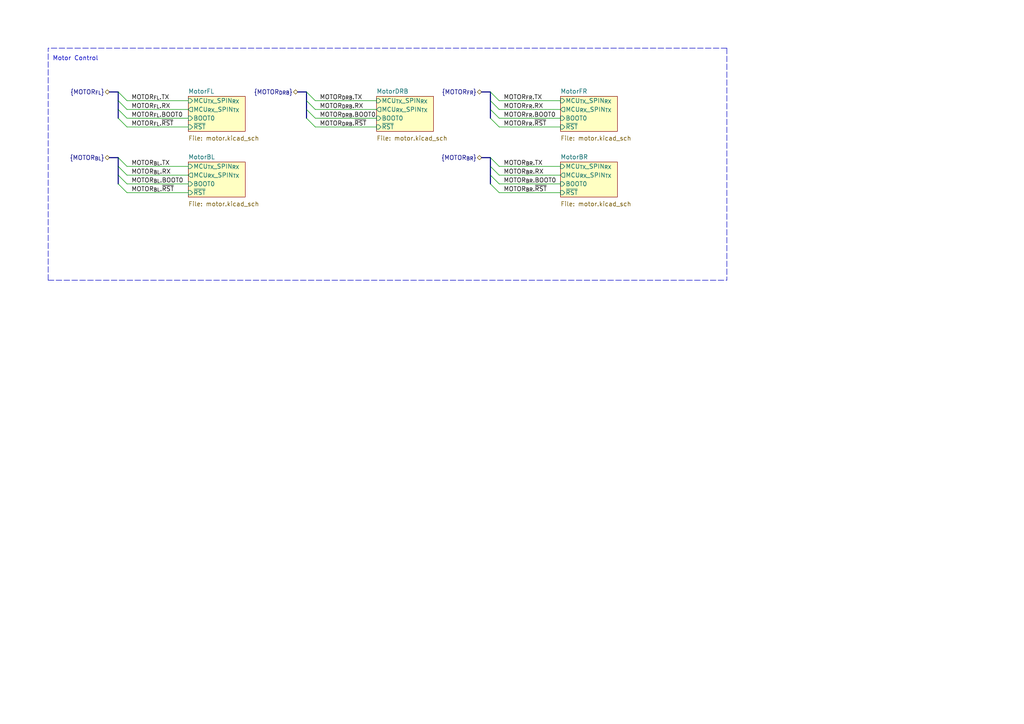
<source format=kicad_sch>
(kicad_sch (version 20230121) (generator eeschema)
  (paper "A4")
  (lib_symbols)
  (bus_entry (at 34.29 45.72) (size 2.54 2.54))
  (bus_entry (at 142.24 29.21) (size 2.54 2.54))
  (bus_entry (at 142.24 26.67) (size 2.54 2.54))
  (bus_entry (at 34.29 53.34) (size 2.54 2.54))
  (bus_entry (at 88.9 26.67) (size 2.54 2.54))
  (bus_entry (at 142.24 31.75) (size 2.54 2.54))
  (bus_entry (at 142.24 45.72) (size 2.54 2.54))
  (bus_entry (at 34.29 50.8) (size 2.54 2.54))
  (bus_entry (at 142.24 53.34) (size 2.54 2.54))
  (bus_entry (at 142.24 48.26) (size 2.54 2.54))
  (bus_entry (at 34.29 31.75) (size 2.54 2.54))
  (bus_entry (at 142.24 50.8) (size 2.54 2.54))
  (bus_entry (at 142.24 34.29) (size 2.54 2.54))
  (bus_entry (at 34.29 29.21) (size 2.54 2.54))
  (bus_entry (at 34.29 34.29) (size 2.54 2.54))
  (bus_entry (at 34.29 26.67) (size 2.54 2.54))
  (bus_entry (at 88.9 34.29) (size 2.54 2.54))
  (bus_entry (at 34.29 48.26) (size 2.54 2.54))
  (bus_entry (at 88.9 31.75) (size 2.54 2.54))
  (bus_entry (at 88.9 29.21) (size 2.54 2.54))
  (wire (pts (xy 144.78 53.34) (xy 162.56 53.34)))
  (wire (pts (xy 36.83 50.8) (xy 54.61 50.8)))
  (polyline (pts (xy 210.82 13.97) (xy 13.97 13.97)) (stroke (width 0) (type dash)))
  (bus (pts (xy 88.9 31.75) (xy 88.9 34.29)))
  (bus (pts (xy 31.75 26.67) (xy 34.29 26.67)))
  (wire (pts (xy 36.83 36.83) (xy 54.61 36.83)))
  (wire (pts (xy 144.78 55.88) (xy 162.56 55.88)))
  (bus (pts (xy 34.29 31.75) (xy 34.29 34.29)))
  (wire (pts (xy 144.78 29.21) (xy 162.56 29.21)))
  (wire (pts (xy 36.83 53.34) (xy 54.61 53.34)))
  (bus (pts (xy 142.24 45.72) (xy 142.24 48.26)))
  (bus (pts (xy 142.24 29.21) (xy 142.24 31.75)))
  (wire (pts (xy 144.78 48.26) (xy 162.56 48.26)))
  (wire (pts (xy 91.44 29.21) (xy 109.22 29.21)))
  (wire (pts (xy 36.83 48.26) (xy 54.61 48.26)))
  (polyline (pts (xy 210.82 13.97) (xy 210.82 81.28)) (stroke (width 0) (type dash)))
  (bus (pts (xy 34.29 45.72) (xy 34.29 48.26)))
  (bus (pts (xy 139.7 26.67) (xy 142.24 26.67)))
  (bus (pts (xy 34.29 50.8) (xy 34.29 53.34)))
  (wire (pts (xy 36.83 31.75) (xy 54.61 31.75)))
  (bus (pts (xy 34.29 29.21) (xy 34.29 31.75)))
  (wire (pts (xy 91.44 36.83) (xy 109.22 36.83)))
  (wire (pts (xy 144.78 36.83) (xy 162.56 36.83)))
  (bus (pts (xy 142.24 31.75) (xy 142.24 34.29)))
  (wire (pts (xy 91.44 31.75) (xy 109.22 31.75)))
  (bus (pts (xy 88.9 26.67) (xy 88.9 29.21)))
  (wire (pts (xy 144.78 50.8) (xy 162.56 50.8)))
  (wire (pts (xy 36.83 34.29) (xy 54.61 34.29)))
  (wire (pts (xy 144.78 34.29) (xy 162.56 34.29)))
  (bus (pts (xy 142.24 26.67) (xy 142.24 29.21)))
  (wire (pts (xy 91.44 34.29) (xy 109.22 34.29)))
  (bus (pts (xy 86.36 26.67) (xy 88.9 26.67)))
  (bus (pts (xy 139.7 45.72) (xy 142.24 45.72)))
  (polyline (pts (xy 13.97 81.28) (xy 210.82 81.28)) (stroke (width 0) (type dash)))
  (polyline (pts (xy 13.97 81.28) (xy 13.97 13.97)) (stroke (width 0) (type dash)))
  (bus (pts (xy 142.24 50.8) (xy 142.24 53.34)))
  (bus (pts (xy 34.29 48.26) (xy 34.29 50.8)))
  (wire (pts (xy 144.78 31.75) (xy 162.56 31.75)))
  (bus (pts (xy 34.29 26.67) (xy 34.29 29.21)))
  (wire (pts (xy 36.83 55.88) (xy 54.61 55.88)))
  (bus (pts (xy 31.75 45.72) (xy 34.29 45.72)))
  (wire (pts (xy 36.83 29.21) (xy 54.61 29.21)))
  (bus (pts (xy 142.24 48.26) (xy 142.24 50.8)))
  (bus (pts (xy 88.9 29.21) (xy 88.9 31.75)))
  (text "Motor Control" (at 15.24 17.78 0) (effects (font (size 1.27 1.27)) (justify left bottom)))
  (label "MOTOR_{DRB}.RX" (at 92.71 31.75 0))
  (label "MOTOR_{FL}.BOOT0" (at 38.1 34.29 0))
  (label "MOTOR_{BL}.BOOT0" (at 38.1 53.34 0))
  (label "MOTOR_{FL}.~{RST}" (at 38.1 36.83 0))
  (label "MOTOR_{FR}.~{RST}" (at 146.05 36.83 0))
  (label "MOTOR_{FL}.TX" (at 38.1 29.21 0))
  (label "MOTOR_{BR}.TX" (at 146.05 48.26 0))
  (label "MOTOR_{BR}.BOOT0" (at 146.05 53.34 0))
  (label "MOTOR_{BL}.TX" (at 38.1 48.26 0))
  (label "MOTOR_{FR}.RX" (at 146.05 31.75 0))
  (label "MOTOR_{BR}.~{RST}" (at 146.05 55.88 0))
  (label "MOTOR_{BL}.RX" (at 38.1 50.8 0))
  (label "MOTOR_{BL}.~{RST}" (at 38.1 55.88 0))
  (label "MOTOR_{FR}.TX" (at 146.05 29.21 0))
  (label "MOTOR_{BR}.RX" (at 146.05 50.8 0))
  (label "MOTOR_{DRB}.TX" (at 92.71 29.21 0))
  (label "MOTOR_{DRB}.~{RST}" (at 92.71 36.83 0))
  (label "MOTOR_{DRB}.BOOT0" (at 92.71 34.29 0))
  (label "MOTOR_{FR}.BOOT0" (at 146.05 34.29 0))
  (label "MOTOR_{FL}.RX" (at 38.1 31.75 0))
  (hierarchical_label "{MOTOR_{FR}}" (shape bidirectional) (at 139.7 26.67 180))
  (hierarchical_label "{MOTOR_{DRB}}" (shape bidirectional) (at 86.36 26.67 180))
  (hierarchical_label "{MOTOR_{FL}}" (shape bidirectional) (at 31.75 26.67 180))
  (hierarchical_label "{MOTOR_{BL}}" (shape bidirectional) (at 31.75 45.72 180))
  (hierarchical_label "{MOTOR_{BR}}" (shape bidirectional) (at 139.7 45.72 180))
  (sheet (at 109.22 27.94) (size 16.51 10.16) (stroke (width 0.1524)) (fill (color 255 255 194 1.0000))
    (property "Sheetname" "MotorDRB" (at 109.22 27.2284 0) (effects (justify left bottom)))
    (property "Sheetfile" "motor.kicad_sch" (at 109.22 39.37 0) (effects (justify left top)))
    (pin "~{RST}" input (at 109.22 36.83 180))
    (pin "BOOT0" input (at 109.22 34.29 180))
    (pin "MCU_{RX}_SPIN_{TX}" output (at 109.22 31.75 180))
    (pin "MCU_{TX}_SPIN_{RX}" input (at 109.22 29.21 180))
  )
  (sheet (at 162.56 46.99) (size 16.51 10.16) (stroke (width 0.1524)) (fill (color 255 255 194 1.0000))
    (property "Sheetname" "MotorBR" (at 162.56 46.2784 0) (effects (justify left bottom)))
    (property "Sheetfile" "motor.kicad_sch" (at 162.56 58.42 0) (effects (justify left top)))
    (pin "~{RST}" input (at 162.56 55.88 180))
    (pin "BOOT0" input (at 162.56 53.34 180))
    (pin "MCU_{RX}_SPIN_{TX}" output (at 162.56 50.8 180))
    (pin "MCU_{TX}_SPIN_{RX}" input (at 162.56 48.26 180))
  )
  (sheet (at 54.61 46.99) (size 16.51 10.16) (stroke (width 0.1524)) (fill (color 255 255 194 1.0000))
    (property "Sheetname" "MotorBL" (at 54.61 46.2784 0) (effects (justify left bottom)))
    (property "Sheetfile" "motor.kicad_sch" (at 54.61 58.42 0) (effects (justify left top)))
    (pin "~{RST}" input (at 54.61 55.88 180))
    (pin "BOOT0" input (at 54.61 53.34 180))
    (pin "MCU_{RX}_SPIN_{TX}" output (at 54.61 50.8 180))
    (pin "MCU_{TX}_SPIN_{RX}" input (at 54.61 48.26 180))
  )
  (sheet (at 162.56 27.94) (size 16.51 10.16) (stroke (width 0.1524)) (fill (color 255 255 194 1.0000))
    (property "Sheetname" "MotorFR" (at 162.56 27.2284 0) (effects (justify left bottom)))
    (property "Sheetfile" "motor.kicad_sch" (at 162.56 39.37 0) (effects (justify left top)))
    (pin "~{RST}" input (at 162.56 36.83 180))
    (pin "BOOT0" input (at 162.56 34.29 180))
    (pin "MCU_{RX}_SPIN_{TX}" output (at 162.56 31.75 180))
    (pin "MCU_{TX}_SPIN_{RX}" input (at 162.56 29.21 180))
  )
  (sheet (at 54.61 27.94) (size 16.51 10.16) (stroke (width 0.1524)) (fill (color 255 255 194 1.0000))
    (property "Sheetname" "MotorFL" (at 54.61 27.2284 0) (effects (justify left bottom)))
    (property "Sheetfile" "motor.kicad_sch" (at 54.61 39.37 0) (effects (justify left top)))
    (pin "~{RST}" input (at 54.61 36.83 180))
    (pin "BOOT0" input (at 54.61 34.29 180))
    (pin "MCU_{RX}_SPIN_{TX}" output (at 54.61 31.75 180))
    (pin "MCU_{TX}_SPIN_{RX}" input (at 54.61 29.21 180))
  )
)
</source>
